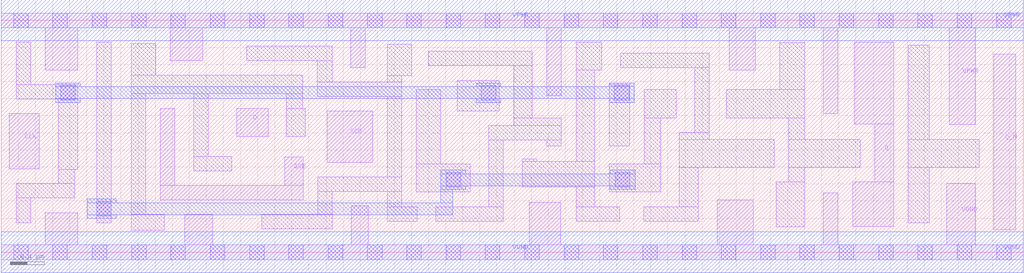
<source format=lef>
# Copyright 2020 The SkyWater PDK Authors
#
# Licensed under the Apache License, Version 2.0 (the "License");
# you may not use this file except in compliance with the License.
# You may obtain a copy of the License at
#
#     https://www.apache.org/licenses/LICENSE-2.0
#
# Unless required by applicable law or agreed to in writing, software
# distributed under the License is distributed on an "AS IS" BASIS,
# WITHOUT WARRANTIES OR CONDITIONS OF ANY KIND, either express or implied.
# See the License for the specific language governing permissions and
# limitations under the License.
#
# SPDX-License-Identifier: Apache-2.0

VERSION 5.7 ;
  NAMESCASESENSITIVE ON ;
  NOWIREEXTENSIONATPIN ON ;
  DIVIDERCHAR "/" ;
  BUSBITCHARS "[]" ;
UNITS
  DATABASE MICRONS 200 ;
END UNITS
PROPERTYDEFINITIONS
  MACRO maskLayoutSubType STRING ;
  MACRO prCellType STRING ;
  MACRO originalViewName STRING ;
END PROPERTYDEFINITIONS
MACRO sky130_fd_sc_hdll__sdfxbp_1
  CLASS CORE ;
  FOREIGN sky130_fd_sc_hdll__sdfxbp_1 ;
  ORIGIN  0.000000  0.000000 ;
  SIZE  11.96000 BY  2.720000 ;
  SYMMETRY X Y R90 ;
  SITE unithd ;
  PIN CLK
    ANTENNAGATEAREA  0.178200 ;
    DIRECTION INPUT ;
    USE SIGNAL ;
    PORT
      LAYER li1 ;
        RECT 0.095000 0.975000 0.445000 1.625000 ;
    END
  END CLK
  PIN D
    ANTENNAGATEAREA  0.178200 ;
    DIRECTION INPUT ;
    USE SIGNAL ;
    PORT
      LAYER li1 ;
        RECT 2.755000 1.355000 3.125000 1.685000 ;
    END
  END D
  PIN Q
    ANTENNADIFFAREA  0.439000 ;
    DIRECTION OUTPUT ;
    USE SIGNAL ;
    PORT
      LAYER li1 ;
        RECT  9.960000 0.305000 10.440000 0.825000 ;
        RECT  9.980000 1.505000 10.440000 2.465000 ;
        RECT 10.220000 0.825000 10.440000 1.505000 ;
    END
  END Q
  PIN Q_N
    ANTENNADIFFAREA  0.439000 ;
    DIRECTION OUTPUT ;
    USE SIGNAL ;
    PORT
      LAYER li1 ;
        RECT 11.615000 0.265000 11.870000 2.325000 ;
    END
  END Q_N
  PIN SCD
    ANTENNAGATEAREA  0.178200 ;
    DIRECTION INPUT ;
    USE SIGNAL ;
    PORT
      LAYER li1 ;
        RECT 3.815000 1.055000 4.345000 1.655000 ;
    END
  END SCD
  PIN SCE
    ANTENNAGATEAREA  0.356400 ;
    DIRECTION INPUT ;
    USE SIGNAL ;
    PORT
      LAYER li1 ;
        RECT 1.860000 0.615000 3.535000 0.785000 ;
        RECT 1.860000 0.785000 2.030000 1.685000 ;
        RECT 3.315000 0.785000 3.535000 1.115000 ;
    END
  END SCE
  PIN VGND
    DIRECTION INOUT ;
    USE GROUND ;
    PORT
      LAYER li1 ;
        RECT  0.000000 -0.085000 11.960000 0.085000 ;
        RECT  0.515000  0.085000  0.895000 0.465000 ;
        RECT  2.145000  0.085000  2.475000 0.445000 ;
        RECT  4.095000  0.085000  4.295000 0.545000 ;
        RECT  6.175000  0.085000  6.545000 0.585000 ;
        RECT  8.380000  0.085000  8.800000 0.615000 ;
        RECT  9.620000  0.085000  9.790000 0.695000 ;
        RECT 11.065000  0.085000 11.395000 0.805000 ;
      LAYER mcon ;
        RECT  0.145000 -0.085000  0.315000 0.085000 ;
        RECT  0.605000 -0.085000  0.775000 0.085000 ;
        RECT  1.065000 -0.085000  1.235000 0.085000 ;
        RECT  1.525000 -0.085000  1.695000 0.085000 ;
        RECT  1.985000 -0.085000  2.155000 0.085000 ;
        RECT  2.445000 -0.085000  2.615000 0.085000 ;
        RECT  2.905000 -0.085000  3.075000 0.085000 ;
        RECT  3.365000 -0.085000  3.535000 0.085000 ;
        RECT  3.825000 -0.085000  3.995000 0.085000 ;
        RECT  4.285000 -0.085000  4.455000 0.085000 ;
        RECT  4.745000 -0.085000  4.915000 0.085000 ;
        RECT  5.205000 -0.085000  5.375000 0.085000 ;
        RECT  5.665000 -0.085000  5.835000 0.085000 ;
        RECT  6.125000 -0.085000  6.295000 0.085000 ;
        RECT  6.585000 -0.085000  6.755000 0.085000 ;
        RECT  7.045000 -0.085000  7.215000 0.085000 ;
        RECT  7.505000 -0.085000  7.675000 0.085000 ;
        RECT  7.965000 -0.085000  8.135000 0.085000 ;
        RECT  8.425000 -0.085000  8.595000 0.085000 ;
        RECT  8.885000 -0.085000  9.055000 0.085000 ;
        RECT  9.345000 -0.085000  9.515000 0.085000 ;
        RECT  9.805000 -0.085000  9.975000 0.085000 ;
        RECT 10.265000 -0.085000 10.435000 0.085000 ;
        RECT 10.725000 -0.085000 10.895000 0.085000 ;
        RECT 11.185000 -0.085000 11.355000 0.085000 ;
        RECT 11.645000 -0.085000 11.815000 0.085000 ;
      LAYER met1 ;
        RECT 0.000000 -0.240000 11.960000 0.240000 ;
    END
  END VGND
  PIN VPWR
    DIRECTION INOUT ;
    USE POWER ;
    PORT
      LAYER li1 ;
        RECT  0.000000 2.635000 11.960000 2.805000 ;
        RECT  0.515000 2.135000  0.895000 2.635000 ;
        RECT  1.975000 2.245000  2.355000 2.635000 ;
        RECT  4.090000 2.165000  4.260000 2.635000 ;
        RECT  6.385000 1.835000  6.555000 2.635000 ;
        RECT  8.515000 2.135000  8.820000 2.635000 ;
        RECT  9.620000 1.625000  9.790000 2.635000 ;
        RECT 11.090000 1.495000 11.395000 2.635000 ;
      LAYER mcon ;
        RECT  0.145000 2.635000  0.315000 2.805000 ;
        RECT  0.605000 2.635000  0.775000 2.805000 ;
        RECT  1.065000 2.635000  1.235000 2.805000 ;
        RECT  1.525000 2.635000  1.695000 2.805000 ;
        RECT  1.985000 2.635000  2.155000 2.805000 ;
        RECT  2.445000 2.635000  2.615000 2.805000 ;
        RECT  2.905000 2.635000  3.075000 2.805000 ;
        RECT  3.365000 2.635000  3.535000 2.805000 ;
        RECT  3.825000 2.635000  3.995000 2.805000 ;
        RECT  4.285000 2.635000  4.455000 2.805000 ;
        RECT  4.745000 2.635000  4.915000 2.805000 ;
        RECT  5.205000 2.635000  5.375000 2.805000 ;
        RECT  5.665000 2.635000  5.835000 2.805000 ;
        RECT  6.125000 2.635000  6.295000 2.805000 ;
        RECT  6.585000 2.635000  6.755000 2.805000 ;
        RECT  7.045000 2.635000  7.215000 2.805000 ;
        RECT  7.505000 2.635000  7.675000 2.805000 ;
        RECT  7.965000 2.635000  8.135000 2.805000 ;
        RECT  8.425000 2.635000  8.595000 2.805000 ;
        RECT  8.885000 2.635000  9.055000 2.805000 ;
        RECT  9.345000 2.635000  9.515000 2.805000 ;
        RECT  9.805000 2.635000  9.975000 2.805000 ;
        RECT 10.265000 2.635000 10.435000 2.805000 ;
        RECT 10.725000 2.635000 10.895000 2.805000 ;
        RECT 11.185000 2.635000 11.355000 2.805000 ;
        RECT 11.645000 2.635000 11.815000 2.805000 ;
      LAYER met1 ;
        RECT 0.000000 2.480000 11.960000 2.960000 ;
    END
  END VPWR
  OBS
    LAYER li1 ;
      RECT  0.175000 0.345000  0.345000 0.635000 ;
      RECT  0.175000 0.635000  0.860000 0.805000 ;
      RECT  0.175000 1.795000  0.895000 1.965000 ;
      RECT  0.175000 1.965000  0.345000 2.465000 ;
      RECT  0.665000 0.805000  0.860000 0.970000 ;
      RECT  0.665000 0.970000  0.895000 1.795000 ;
      RECT  1.115000 0.345000  1.285000 2.465000 ;
      RECT  1.520000 0.255000  1.905000 0.445000 ;
      RECT  1.520000 0.445000  1.690000 1.860000 ;
      RECT  1.520000 1.860000  3.530000 2.075000 ;
      RECT  1.520000 2.075000  1.805000 2.445000 ;
      RECT  2.250000 0.955000  2.695000 1.125000 ;
      RECT  2.250000 1.125000  2.420000 1.860000 ;
      RECT  2.875000 2.245000  3.870000 2.415000 ;
      RECT  3.050000 0.275000  3.875000 0.445000 ;
      RECT  3.335000 1.355000  3.555000 1.685000 ;
      RECT  3.335000 1.685000  3.530000 1.860000 ;
      RECT  3.700000 1.825000  4.685000 1.995000 ;
      RECT  3.700000 1.995000  3.870000 2.245000 ;
      RECT  3.705000 0.445000  3.875000 0.715000 ;
      RECT  3.705000 0.715000  4.685000 0.885000 ;
      RECT  4.515000 0.365000  4.865000 0.535000 ;
      RECT  4.515000 0.535000  4.685000 0.715000 ;
      RECT  4.515000 0.885000  4.685000 1.825000 ;
      RECT  4.515000 1.995000  4.685000 2.070000 ;
      RECT  4.515000 2.070000  4.800000 2.440000 ;
      RECT  4.855000 0.705000  5.485000 1.035000 ;
      RECT  4.855000 1.035000  5.145000 1.905000 ;
      RECT  4.995000 2.190000  6.215000 2.360000 ;
      RECT  5.085000 0.365000  5.875000 0.535000 ;
      RECT  5.335000 1.655000  5.825000 2.010000 ;
      RECT  5.705000 0.535000  5.875000 1.315000 ;
      RECT  5.705000 1.315000  6.555000 1.485000 ;
      RECT  5.995000 1.485000  6.555000 1.575000 ;
      RECT  5.995000 1.575000  6.215000 2.190000 ;
      RECT  6.095000 0.765000  6.945000 1.065000 ;
      RECT  6.095000 1.065000  6.265000 1.095000 ;
      RECT  6.385000 1.245000  6.555000 1.315000 ;
      RECT  6.725000 0.365000  7.235000 0.535000 ;
      RECT  6.725000 0.535000  6.945000 0.765000 ;
      RECT  6.725000 1.065000  6.945000 2.135000 ;
      RECT  6.725000 2.135000  7.025000 2.465000 ;
      RECT  7.115000 0.705000  7.715000 1.035000 ;
      RECT  7.115000 1.245000  7.355000 1.965000 ;
      RECT  7.250000 2.165000  8.285000 2.335000 ;
      RECT  7.515000 0.365000  8.155000 0.535000 ;
      RECT  7.525000 1.035000  7.715000 1.575000 ;
      RECT  7.525000 1.575000  7.895000 1.905000 ;
      RECT  7.935000 0.535000  8.155000 0.995000 ;
      RECT  7.935000 0.995000  9.045000 1.325000 ;
      RECT  7.935000 1.325000  8.285000 1.405000 ;
      RECT  8.115000 1.405000  8.285000 2.165000 ;
      RECT  8.485000 1.575000  9.400000 1.905000 ;
      RECT  9.070000 0.300000  9.400000 0.825000 ;
      RECT  9.110000 1.905000  9.400000 2.455000 ;
      RECT  9.215000 0.825000  9.400000 0.995000 ;
      RECT  9.215000 0.995000 10.050000 1.325000 ;
      RECT  9.215000 1.325000  9.400000 1.575000 ;
      RECT 10.610000 0.345000 10.860000 0.995000 ;
      RECT 10.610000 0.995000 11.440000 1.325000 ;
      RECT 10.610000 1.325000 10.860000 2.425000 ;
    LAYER mcon ;
      RECT 0.695000 1.785000 0.865000 1.955000 ;
      RECT 1.115000 0.425000 1.285000 0.595000 ;
      RECT 5.205000 0.765000 5.375000 0.935000 ;
      RECT 5.615000 1.785000 5.785000 1.955000 ;
      RECT 7.175000 1.785000 7.345000 1.955000 ;
      RECT 7.185000 0.765000 7.355000 0.935000 ;
    LAYER met1 ;
      RECT 0.635000 1.755000 0.925000 1.800000 ;
      RECT 0.635000 1.800000 7.405000 1.940000 ;
      RECT 0.635000 1.940000 0.925000 1.985000 ;
      RECT 1.005000 0.395000 1.345000 0.440000 ;
      RECT 1.005000 0.440000 5.285000 0.580000 ;
      RECT 1.005000 0.580000 1.345000 0.625000 ;
      RECT 5.145000 0.580000 5.285000 0.735000 ;
      RECT 5.145000 0.735000 5.435000 0.780000 ;
      RECT 5.145000 0.780000 7.415000 0.920000 ;
      RECT 5.145000 0.920000 5.435000 0.965000 ;
      RECT 5.555000 1.755000 5.845000 1.800000 ;
      RECT 5.555000 1.940000 5.845000 1.985000 ;
      RECT 7.115000 1.755000 7.405000 1.800000 ;
      RECT 7.115000 1.940000 7.405000 1.985000 ;
      RECT 7.125000 0.735000 7.415000 0.780000 ;
      RECT 7.125000 0.920000 7.415000 0.965000 ;
  END
  PROPERTY maskLayoutSubType "abstract" ;
  PROPERTY prCellType "standard" ;
  PROPERTY originalViewName "layout" ;
END sky130_fd_sc_hdll__sdfxbp_1

</source>
